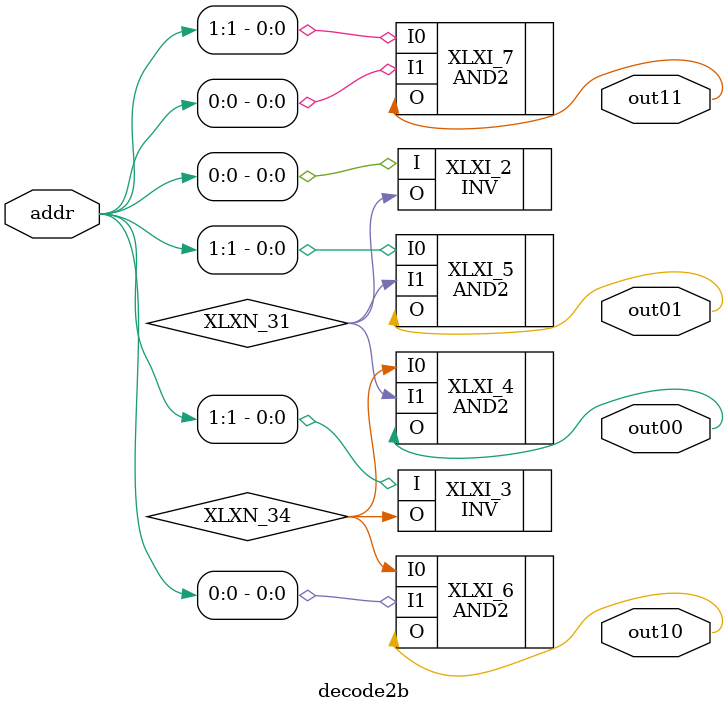
<source format=v>
`timescale 1ns / 1ps

module decode2b(addr, 
                out00, 
                out01, 
                out10, 
                out11);

    input [1:0] addr;
   output out00;
   output out01;
   output out10;
   output out11;
   
   wire XLXN_31;
   wire XLXN_34;
   
   INV XLXI_2 (.I(addr[0]), 
               .O(XLXN_31));
   INV XLXI_3 (.I(addr[1]), 
               .O(XLXN_34));
   AND2 XLXI_4 (.I0(XLXN_34), 
                .I1(XLXN_31), 
                .O(out00));
   AND2 XLXI_5 (.I0(addr[1]), 
                .I1(XLXN_31), 
                .O(out01));
   AND2 XLXI_6 (.I0(XLXN_34), 
                .I1(addr[0]), 
                .O(out10));
   AND2 XLXI_7 (.I0(addr[1]), 
                .I1(addr[0]), 
                .O(out11));
endmodule

</source>
